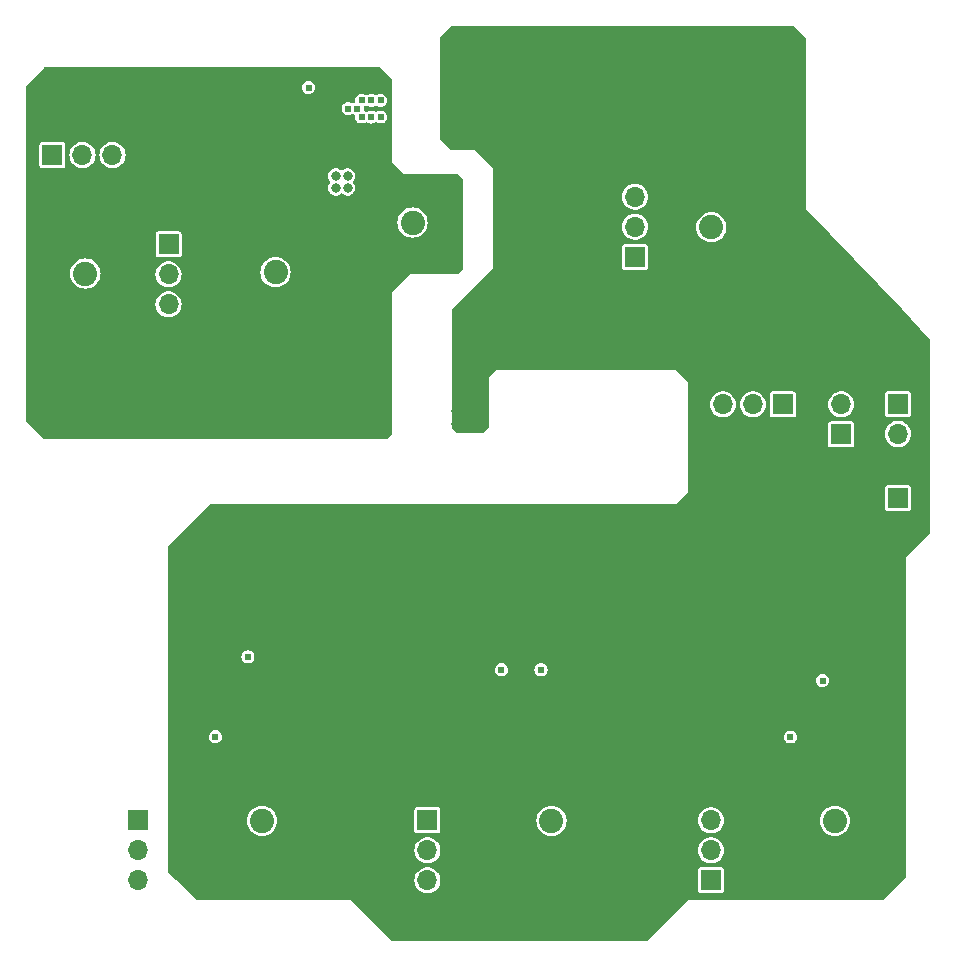
<source format=gbr>
%TF.GenerationSoftware,KiCad,Pcbnew,7.0.7*%
%TF.CreationDate,2023-11-17T01:25:33+08:00*%
%TF.ProjectId,Isolated Power Supply and LDO Verification,49736f6c-6174-4656-9420-506f77657220,rev?*%
%TF.SameCoordinates,Original*%
%TF.FileFunction,Copper,L2,Inr*%
%TF.FilePolarity,Positive*%
%FSLAX46Y46*%
G04 Gerber Fmt 4.6, Leading zero omitted, Abs format (unit mm)*
G04 Created by KiCad (PCBNEW 7.0.7) date 2023-11-17 01:25:33*
%MOMM*%
%LPD*%
G01*
G04 APERTURE LIST*
%TA.AperFunction,ComponentPad*%
%ADD10C,2.050000*%
%TD*%
%TA.AperFunction,ComponentPad*%
%ADD11C,2.250000*%
%TD*%
%TA.AperFunction,ComponentPad*%
%ADD12R,1.700000X1.700000*%
%TD*%
%TA.AperFunction,ComponentPad*%
%ADD13O,1.700000X1.700000*%
%TD*%
%TA.AperFunction,ViaPad*%
%ADD14C,0.800000*%
%TD*%
%TA.AperFunction,ViaPad*%
%ADD15C,0.603000*%
%TD*%
G04 APERTURE END LIST*
D10*
%TO.N,Net-(J107-In)*%
%TO.C,J107*%
X126700000Y-48140000D03*
D11*
%TO.N,GNDS*%
X124160000Y-45600000D03*
X124160000Y-50680000D03*
X129240000Y-45600000D03*
X129240000Y-50680000D03*
%TD*%
D12*
%TO.N,GNDS*%
%TO.C,J102*%
X96215000Y-62520000D03*
D13*
X98755000Y-62520000D03*
X101295000Y-62520000D03*
%TD*%
D12*
%TO.N,Net-(J103-Pin_1)*%
%TO.C,J103*%
X167790000Y-63500000D03*
D13*
%TO.N,Net-(BT101-+)*%
X167790000Y-66040000D03*
%TD*%
D10*
%TO.N,Net-(J116-In)*%
%TO.C,J116*%
X162460000Y-98790000D03*
D11*
%TO.N,GND*%
X165000000Y-96250000D03*
X159920000Y-96250000D03*
X165000000Y-101330000D03*
X159920000Y-101330000D03*
%TD*%
D10*
%TO.N,Net-(J101-Pin_1)*%
%TO.C,J104*%
X99000000Y-52460000D03*
D11*
%TO.N,GNDS*%
X96460000Y-49920000D03*
X96460000Y-55000000D03*
X101540000Y-49920000D03*
X101540000Y-55000000D03*
%TD*%
D12*
%TO.N,Net-(J109-In)*%
%TO.C,J113*%
X103460000Y-98750000D03*
D13*
X103460000Y-101290000D03*
X103460000Y-103830000D03*
%TD*%
D10*
%TO.N,Net-(J109-In)*%
%TO.C,J109*%
X113960000Y-98790000D03*
D11*
%TO.N,GND*%
X116500000Y-96250000D03*
X111420000Y-96250000D03*
X116500000Y-101330000D03*
X111420000Y-101330000D03*
%TD*%
D10*
%TO.N,Net-(J103-Pin_1)*%
%TO.C,J115*%
X152000000Y-48540000D03*
D11*
%TO.N,GND*%
X149460000Y-46000000D03*
X149460000Y-51080000D03*
X154540000Y-46000000D03*
X154540000Y-51080000D03*
%TD*%
D12*
%TO.N,Net-(J106-Pin_1)*%
%TO.C,J106*%
X106040000Y-49995000D03*
D13*
%TO.N,Net-(J101-Pin_1)*%
X106040000Y-52535000D03*
%TO.N,Net-(J106-Pin_3)*%
X106040000Y-55075000D03*
%TD*%
D12*
%TO.N,Net-(J105-Pin_1)*%
%TO.C,J105*%
X158040000Y-63540000D03*
D13*
%TO.N,Net-(J103-Pin_1)*%
X155500000Y-63540000D03*
%TO.N,Net-(J105-Pin_3)*%
X152960000Y-63540000D03*
%TD*%
D10*
%TO.N,Net-(J108-In)*%
%TO.C,J108*%
X115100000Y-52340000D03*
D11*
%TO.N,GNDS*%
X112560000Y-49800000D03*
X112560000Y-54880000D03*
X117640000Y-49800000D03*
X117640000Y-54880000D03*
%TD*%
D12*
%TO.N,Net-(J118-Pin_1)*%
%TO.C,J118*%
X163000000Y-66080000D03*
D13*
%TO.N,Net-(J103-Pin_1)*%
X163000000Y-63540000D03*
%TD*%
D12*
%TO.N,Net-(J114-Pin_1)*%
%TO.C,J114*%
X145540000Y-51040000D03*
D13*
%TO.N,Net-(J103-Pin_1)*%
X145540000Y-48500000D03*
%TO.N,Net-(J114-Pin_3)*%
X145540000Y-45960000D03*
%TD*%
D12*
%TO.N,Net-(J101-Pin_1)*%
%TO.C,J101*%
X96215000Y-42420000D03*
D13*
X98755000Y-42420000D03*
X101295000Y-42420000D03*
%TD*%
D12*
%TO.N,GND*%
%TO.C,J112*%
X135920001Y-107000000D03*
D13*
X138460001Y-107000000D03*
X141000001Y-107000000D03*
%TD*%
D10*
%TO.N,/+4V5_REG*%
%TO.C,J110*%
X138460000Y-98790000D03*
D11*
%TO.N,GND*%
X135920000Y-101330000D03*
X141000000Y-101330000D03*
X135920000Y-96250000D03*
X141000000Y-96250000D03*
%TD*%
D12*
%TO.N,Net-(J116-In)*%
%TO.C,J117*%
X151960000Y-103830000D03*
D13*
X151960000Y-101290000D03*
X151960000Y-98750000D03*
%TD*%
D12*
%TO.N,Net-(BT101-+)*%
%TO.C,BT101*%
X167790000Y-71460000D03*
D13*
%TO.N,GND*%
X167790000Y-74000000D03*
%TD*%
D12*
%TO.N,/+4V5_REG*%
%TO.C,J111*%
X127960000Y-98750000D03*
D13*
X127960000Y-101290000D03*
X127960000Y-103830000D03*
%TD*%
D14*
%TO.N,GND*%
X107750000Y-96250000D03*
D15*
X142800000Y-57800000D03*
D14*
X129200000Y-91800000D03*
X158000000Y-82000000D03*
X138200000Y-91800000D03*
D15*
X146700000Y-58900000D03*
D14*
X130000000Y-39000000D03*
X138400000Y-88600000D03*
D15*
X142000000Y-53900000D03*
D14*
X116000000Y-90500000D03*
D15*
X137400000Y-35100000D03*
X142400000Y-58600000D03*
D14*
X132100000Y-65200000D03*
X108500000Y-83750000D03*
X157000000Y-82000000D03*
X129200000Y-94800000D03*
X132750000Y-89000000D03*
X112750000Y-94500000D03*
X157000000Y-88800000D03*
X130000000Y-38000000D03*
X108750000Y-88000000D03*
X128500000Y-90250000D03*
D15*
X145900000Y-57900000D03*
D14*
X135400000Y-87600000D03*
D15*
X141400000Y-36400000D03*
D14*
X115750000Y-88000000D03*
X108500000Y-78000000D03*
D15*
X145000000Y-57900000D03*
D14*
X158200000Y-95000000D03*
X164200000Y-89400000D03*
X157000000Y-87800000D03*
X136300000Y-57700000D03*
X116000000Y-93000000D03*
X160600000Y-92200000D03*
X157000000Y-85800000D03*
X131750000Y-88750000D03*
X163600000Y-87600000D03*
X109500000Y-86750000D03*
X158000000Y-85800000D03*
X109500000Y-82750000D03*
X109500000Y-85750000D03*
D15*
X141400000Y-39700000D03*
D14*
X112000000Y-87500000D03*
X138300000Y-41000000D03*
X135400000Y-58400000D03*
X137800000Y-90800000D03*
D15*
X142400000Y-53100000D03*
D14*
X158000000Y-88800000D03*
D15*
X113020000Y-88400000D03*
X141500000Y-53100000D03*
X113000000Y-87570000D03*
D14*
X158000000Y-89800000D03*
X137600000Y-93600000D03*
X138300000Y-58400000D03*
D15*
X141500000Y-58600000D03*
X160000000Y-88700000D03*
D14*
X109500000Y-90250000D03*
X109500000Y-78000000D03*
X158000000Y-86800000D03*
X114500000Y-88000000D03*
X127500000Y-90250000D03*
D15*
X142350000Y-55850000D03*
D14*
X157000000Y-80000000D03*
X109500000Y-79000000D03*
X137200000Y-82800000D03*
X157000000Y-84800000D03*
D15*
X159228287Y-88714184D03*
D14*
X110000000Y-94750000D03*
X136400000Y-87600000D03*
X158000000Y-87800000D03*
X137400000Y-87600000D03*
X109500000Y-84750000D03*
X108500000Y-80000000D03*
X131250000Y-39250000D03*
X109250000Y-96250000D03*
D15*
X141200000Y-57800000D03*
D14*
X108500000Y-86750000D03*
X143500000Y-36700000D03*
X132500000Y-39250000D03*
D15*
X137400000Y-34300000D03*
X159200000Y-89600000D03*
X142400000Y-57100000D03*
D14*
X132500000Y-37750000D03*
X157000000Y-96000000D03*
X137800000Y-89800000D03*
X108500000Y-79000000D03*
D15*
X141400000Y-37200000D03*
D14*
X131750000Y-87750000D03*
X112000000Y-88500000D03*
X130200000Y-93800000D03*
X130200000Y-92800000D03*
X143500000Y-34300000D03*
X129500000Y-89250000D03*
X164200000Y-88400000D03*
X134400000Y-88600000D03*
X135400000Y-88600000D03*
X140400000Y-42800000D03*
D15*
X141400000Y-40500000D03*
D14*
X137400000Y-57700000D03*
X157000000Y-90800000D03*
D15*
X160800000Y-88700000D03*
X142800000Y-53900000D03*
D14*
X129200000Y-93800000D03*
X158000000Y-80000000D03*
X157000000Y-86800000D03*
X111000000Y-87500000D03*
X142200000Y-36700000D03*
D15*
X160800000Y-89600000D03*
D14*
X128500000Y-89250000D03*
X137700000Y-42000000D03*
X109500000Y-83750000D03*
X142200000Y-34300000D03*
X158000000Y-90800000D03*
X155800000Y-95000000D03*
X138600000Y-93000000D03*
D15*
X136700000Y-35100000D03*
D14*
X136800000Y-91600000D03*
X131200000Y-63100000D03*
X139500000Y-42800000D03*
X129500000Y-90250000D03*
X129200000Y-92800000D03*
X161800000Y-89200000D03*
X108500000Y-89250000D03*
X108500000Y-90250000D03*
X131250000Y-37750000D03*
X130400000Y-65200000D03*
X115750000Y-89250000D03*
X136600000Y-42400000D03*
X162600000Y-87600000D03*
X127500000Y-89250000D03*
X109500000Y-89250000D03*
D15*
X141500000Y-54600000D03*
D14*
X157000000Y-81000000D03*
X111750000Y-94500000D03*
X158000000Y-84800000D03*
D15*
X146700000Y-58100000D03*
X160000000Y-89600000D03*
D14*
X161600000Y-92200000D03*
D15*
X141400000Y-38450000D03*
D14*
X141100000Y-42100000D03*
X138400000Y-87600000D03*
D15*
X142400000Y-54600000D03*
X142000000Y-57800000D03*
D14*
X108500000Y-82750000D03*
X108500000Y-84750000D03*
X135400000Y-82800000D03*
X136300000Y-81900000D03*
X158000000Y-81000000D03*
X157000000Y-89800000D03*
X111000000Y-88500000D03*
D15*
X136700000Y-34300000D03*
X143300000Y-58600000D03*
D14*
X116000000Y-91750000D03*
X134300000Y-58400000D03*
X130200000Y-91800000D03*
X134400000Y-87600000D03*
X109500000Y-80000000D03*
X109750000Y-88000000D03*
X130200000Y-94800000D03*
X132100000Y-64100000D03*
X137400000Y-88600000D03*
X108500000Y-85750000D03*
X160200000Y-93800000D03*
X136400000Y-88600000D03*
X130400000Y-64100000D03*
D15*
%TO.N,Net-(J105-Pin_1)*%
X134220000Y-86010000D03*
X137570000Y-86010000D03*
D14*
%TO.N,GNDS*%
X104000000Y-62000000D03*
D15*
X117600000Y-43550000D03*
X116650000Y-61600000D03*
X118350000Y-46150000D03*
D14*
X102000000Y-37000000D03*
X111000000Y-38000000D03*
X118000000Y-40750000D03*
X108000000Y-37000000D03*
D15*
X117500000Y-62650000D03*
D14*
X109000000Y-43000000D03*
X110000000Y-64000000D03*
X102000000Y-39000000D03*
X118750000Y-41500000D03*
X110000000Y-39000000D03*
X111750000Y-64500000D03*
X106000000Y-64000000D03*
D15*
X116650000Y-59000000D03*
D14*
X114000000Y-39000000D03*
X111000000Y-43000000D03*
X112000000Y-42000000D03*
X114250000Y-64500000D03*
X104000000Y-39000000D03*
X106000000Y-37000000D03*
D15*
X117550000Y-46950000D03*
D14*
X112000000Y-62000000D03*
X104000000Y-37000000D03*
D15*
X114950000Y-58900000D03*
D14*
X98000000Y-39000000D03*
X99000000Y-38000000D03*
X106000000Y-44000000D03*
D15*
X118350000Y-46950000D03*
D14*
X113000000Y-43000000D03*
X110000000Y-42000000D03*
X96000000Y-39000000D03*
X107000000Y-63000000D03*
X115000000Y-63250000D03*
X124500000Y-65500000D03*
X114000000Y-37000000D03*
D15*
X114950000Y-61750000D03*
X116400000Y-58200000D03*
D14*
X97000000Y-38000000D03*
X112000000Y-37000000D03*
D15*
X117550000Y-46150000D03*
D14*
X103000000Y-38000000D03*
X122500000Y-64000000D03*
X116750000Y-38500000D03*
X117750000Y-64500000D03*
X105000000Y-63000000D03*
X101000000Y-38000000D03*
X108000000Y-42000000D03*
X117000000Y-40750000D03*
X118250000Y-63250000D03*
X106000000Y-62000000D03*
X108000000Y-39000000D03*
X121000000Y-63250000D03*
X114250000Y-40750000D03*
X113750000Y-41750000D03*
X116250000Y-37500000D03*
D15*
X118350000Y-44850000D03*
D14*
X100000000Y-39000000D03*
X124500000Y-64000000D03*
X96000000Y-37000000D03*
X122500000Y-65500000D03*
X100000000Y-37000000D03*
X104000000Y-58000000D03*
X113000000Y-64500000D03*
X110000000Y-62000000D03*
D15*
X118950000Y-43050000D03*
D14*
X105000000Y-38000000D03*
X108000000Y-64000000D03*
D15*
X118350000Y-43550000D03*
X115800000Y-62600000D03*
D14*
X98000000Y-37000000D03*
X115500000Y-64500000D03*
X112250000Y-63250000D03*
X109000000Y-38000000D03*
X108000000Y-62000000D03*
X121500000Y-64750000D03*
X105000000Y-45000000D03*
X107000000Y-43000000D03*
X120250000Y-64500000D03*
D15*
X116650000Y-60250000D03*
D14*
X103000000Y-47000000D03*
X109000000Y-63000000D03*
X104000000Y-60000000D03*
X119000000Y-64500000D03*
X104000000Y-46000000D03*
X110000000Y-37000000D03*
X113000000Y-38000000D03*
X106000000Y-39000000D03*
X105000000Y-61000000D03*
X115500000Y-38500000D03*
D15*
X116650000Y-62450000D03*
D14*
X112000000Y-39000000D03*
X115250000Y-40750000D03*
D15*
X115800000Y-61750000D03*
X117500000Y-61750000D03*
D14*
X107000000Y-38000000D03*
D15*
X115800000Y-58900000D03*
%TO.N,Net-(J107-In)*%
X122400000Y-37800000D03*
X123200000Y-37800000D03*
X117910000Y-36730000D03*
X123200000Y-39200000D03*
X122400000Y-39200000D03*
X122000000Y-38500000D03*
D14*
X120200000Y-45200000D03*
D15*
X121250000Y-38500000D03*
D14*
X121200000Y-44200000D03*
X121200000Y-45200000D03*
X120200000Y-44200000D03*
D15*
X124000000Y-37800000D03*
X124000000Y-39200000D03*
%TO.N,Net-(J118-Pin_1)*%
X158680000Y-91690000D03*
X161410000Y-86930000D03*
%TO.N,Net-(J105-Pin_3)*%
X112760000Y-84920000D03*
X110000000Y-91680000D03*
%TD*%
%TA.AperFunction,Conductor*%
%TO.N,GNDS*%
G36*
X124015677Y-35019685D02*
G01*
X124036319Y-35036319D01*
X124963681Y-35963681D01*
X124997166Y-36025004D01*
X125000000Y-36051361D01*
X125000000Y-43000000D01*
X126000000Y-44000000D01*
X130448638Y-44000000D01*
X130515677Y-44019685D01*
X130536319Y-44036319D01*
X130963680Y-44463680D01*
X130997165Y-44525003D01*
X130999999Y-44551361D01*
X130999999Y-51948638D01*
X130980314Y-52015677D01*
X130963680Y-52036319D01*
X130536319Y-52463681D01*
X130474996Y-52497166D01*
X130448638Y-52500000D01*
X126499999Y-52500000D01*
X125000000Y-53999999D01*
X125000000Y-65948638D01*
X124980315Y-66015677D01*
X124963681Y-66036319D01*
X124536319Y-66463681D01*
X124474996Y-66497166D01*
X124448638Y-66500000D01*
X95551362Y-66500000D01*
X95484323Y-66480315D01*
X95463681Y-66463681D01*
X94036319Y-65036319D01*
X94002834Y-64974996D01*
X94000000Y-64948638D01*
X94000000Y-55075000D01*
X104934785Y-55075000D01*
X104953602Y-55278082D01*
X105009417Y-55474247D01*
X105009422Y-55474260D01*
X105100327Y-55656821D01*
X105223237Y-55819581D01*
X105373958Y-55956980D01*
X105373960Y-55956982D01*
X105473141Y-56018392D01*
X105547363Y-56064348D01*
X105737544Y-56138024D01*
X105938024Y-56175500D01*
X105938026Y-56175500D01*
X106141974Y-56175500D01*
X106141976Y-56175500D01*
X106342456Y-56138024D01*
X106532637Y-56064348D01*
X106706041Y-55956981D01*
X106856764Y-55819579D01*
X106979673Y-55656821D01*
X107070582Y-55474250D01*
X107126397Y-55278083D01*
X107145215Y-55075000D01*
X107126397Y-54871917D01*
X107070582Y-54675750D01*
X106979673Y-54493179D01*
X106856764Y-54330421D01*
X106856762Y-54330418D01*
X106706041Y-54193019D01*
X106706039Y-54193017D01*
X106532642Y-54085655D01*
X106532635Y-54085651D01*
X106437546Y-54048814D01*
X106342456Y-54011976D01*
X106141976Y-53974500D01*
X105938024Y-53974500D01*
X105737544Y-54011976D01*
X105737541Y-54011976D01*
X105737541Y-54011977D01*
X105547364Y-54085651D01*
X105547357Y-54085655D01*
X105373960Y-54193017D01*
X105373958Y-54193019D01*
X105223237Y-54330418D01*
X105100327Y-54493178D01*
X105009422Y-54675739D01*
X105009417Y-54675752D01*
X104953602Y-54871917D01*
X104934785Y-55074999D01*
X104934785Y-55075000D01*
X94000000Y-55075000D01*
X94000000Y-52460000D01*
X97719628Y-52460000D01*
X97739079Y-52682329D01*
X97739081Y-52682339D01*
X97796841Y-52897905D01*
X97796843Y-52897909D01*
X97796844Y-52897913D01*
X97891165Y-53100186D01*
X98019178Y-53283007D01*
X98176993Y-53440822D01*
X98359814Y-53568835D01*
X98562087Y-53663156D01*
X98777666Y-53720920D01*
X98955533Y-53736481D01*
X98999999Y-53740372D01*
X99000000Y-53740372D01*
X99000001Y-53740372D01*
X99037055Y-53737130D01*
X99222334Y-53720920D01*
X99437913Y-53663156D01*
X99640186Y-53568835D01*
X99823007Y-53440822D01*
X99980822Y-53283007D01*
X100108835Y-53100186D01*
X100203156Y-52897913D01*
X100260920Y-52682334D01*
X100273810Y-52535000D01*
X104934785Y-52535000D01*
X104953602Y-52738082D01*
X105009417Y-52934247D01*
X105009422Y-52934260D01*
X105100327Y-53116821D01*
X105223237Y-53279581D01*
X105373958Y-53416980D01*
X105373960Y-53416982D01*
X105425403Y-53448834D01*
X105547363Y-53524348D01*
X105737544Y-53598024D01*
X105938024Y-53635500D01*
X105938026Y-53635500D01*
X106141974Y-53635500D01*
X106141976Y-53635500D01*
X106342456Y-53598024D01*
X106532637Y-53524348D01*
X106706041Y-53416981D01*
X106856764Y-53279579D01*
X106979673Y-53116821D01*
X107070582Y-52934250D01*
X107126397Y-52738083D01*
X107145215Y-52535000D01*
X107138606Y-52463681D01*
X107127146Y-52340000D01*
X113819628Y-52340000D01*
X113839079Y-52562329D01*
X113839081Y-52562339D01*
X113896841Y-52777905D01*
X113896843Y-52777909D01*
X113896844Y-52777913D01*
X113991165Y-52980186D01*
X114119178Y-53163007D01*
X114276993Y-53320822D01*
X114459814Y-53448835D01*
X114662087Y-53543156D01*
X114877666Y-53600920D01*
X115055533Y-53616481D01*
X115099999Y-53620372D01*
X115100000Y-53620372D01*
X115100001Y-53620372D01*
X115137055Y-53617130D01*
X115322334Y-53600920D01*
X115537913Y-53543156D01*
X115740186Y-53448835D01*
X115923007Y-53320822D01*
X116080822Y-53163007D01*
X116208835Y-52980186D01*
X116303156Y-52777913D01*
X116360920Y-52562334D01*
X116380372Y-52340000D01*
X116360920Y-52117666D01*
X116303156Y-51902087D01*
X116208835Y-51699814D01*
X116080822Y-51516993D01*
X115923007Y-51359178D01*
X115740186Y-51231165D01*
X115537913Y-51136844D01*
X115537909Y-51136843D01*
X115537905Y-51136841D01*
X115322339Y-51079081D01*
X115322329Y-51079079D01*
X115100001Y-51059628D01*
X115099999Y-51059628D01*
X114877670Y-51079079D01*
X114877660Y-51079081D01*
X114662094Y-51136841D01*
X114662087Y-51136843D01*
X114662087Y-51136844D01*
X114459814Y-51231165D01*
X114276993Y-51359178D01*
X114276991Y-51359179D01*
X114276988Y-51359182D01*
X114119182Y-51516988D01*
X114119179Y-51516991D01*
X114119178Y-51516993D01*
X114035153Y-51636993D01*
X113991165Y-51699814D01*
X113896845Y-51902085D01*
X113896841Y-51902094D01*
X113839081Y-52117660D01*
X113839079Y-52117670D01*
X113819628Y-52339999D01*
X113819628Y-52340000D01*
X107127146Y-52340000D01*
X107126397Y-52331917D01*
X107099578Y-52237660D01*
X107070582Y-52135750D01*
X107061579Y-52117670D01*
X107026272Y-52046764D01*
X106979673Y-51953179D01*
X106856764Y-51790421D01*
X106856762Y-51790418D01*
X106706041Y-51653019D01*
X106706039Y-51653017D01*
X106532642Y-51545655D01*
X106532635Y-51545651D01*
X106437546Y-51508814D01*
X106342456Y-51471976D01*
X106141976Y-51434500D01*
X105938024Y-51434500D01*
X105737544Y-51471976D01*
X105737541Y-51471976D01*
X105737541Y-51471977D01*
X105547364Y-51545651D01*
X105547357Y-51545655D01*
X105373960Y-51653017D01*
X105373958Y-51653019D01*
X105223237Y-51790418D01*
X105100327Y-51953178D01*
X105009422Y-52135739D01*
X105009417Y-52135752D01*
X104953602Y-52331917D01*
X104934785Y-52534999D01*
X104934785Y-52535000D01*
X100273810Y-52535000D01*
X100280372Y-52460000D01*
X100260920Y-52237666D01*
X100217060Y-52073980D01*
X100203158Y-52022094D01*
X100203157Y-52022093D01*
X100203156Y-52022087D01*
X100108835Y-51819814D01*
X99980822Y-51636993D01*
X99823007Y-51479178D01*
X99640186Y-51351165D01*
X99437913Y-51256844D01*
X99437909Y-51256843D01*
X99437905Y-51256841D01*
X99222339Y-51199081D01*
X99222329Y-51199079D01*
X99000001Y-51179628D01*
X98999999Y-51179628D01*
X98777670Y-51199079D01*
X98777660Y-51199081D01*
X98562094Y-51256841D01*
X98562087Y-51256843D01*
X98562087Y-51256844D01*
X98359814Y-51351165D01*
X98176993Y-51479178D01*
X98176991Y-51479179D01*
X98176988Y-51479182D01*
X98019182Y-51636988D01*
X98019179Y-51636991D01*
X98019178Y-51636993D01*
X97975190Y-51699814D01*
X97891165Y-51819814D01*
X97796845Y-52022085D01*
X97796841Y-52022094D01*
X97739081Y-52237660D01*
X97739079Y-52237670D01*
X97719628Y-52459999D01*
X97719628Y-52460000D01*
X94000000Y-52460000D01*
X94000000Y-50869678D01*
X104939500Y-50869678D01*
X104954032Y-50942735D01*
X104954033Y-50942739D01*
X104954034Y-50942740D01*
X105009399Y-51025601D01*
X105060325Y-51059628D01*
X105092260Y-51080966D01*
X105092264Y-51080967D01*
X105165321Y-51095499D01*
X105165324Y-51095500D01*
X105165326Y-51095500D01*
X106914676Y-51095500D01*
X106914677Y-51095499D01*
X106987740Y-51080966D01*
X107070601Y-51025601D01*
X107125966Y-50942740D01*
X107140500Y-50869674D01*
X107140500Y-49120326D01*
X107140500Y-49120325D01*
X107140500Y-49120323D01*
X107140499Y-49120321D01*
X107125967Y-49047264D01*
X107125966Y-49047260D01*
X107070601Y-48964399D01*
X106987740Y-48909034D01*
X106987739Y-48909033D01*
X106987735Y-48909032D01*
X106914677Y-48894500D01*
X106914674Y-48894500D01*
X105165326Y-48894500D01*
X105165323Y-48894500D01*
X105092264Y-48909032D01*
X105092260Y-48909033D01*
X105009399Y-48964399D01*
X104954033Y-49047260D01*
X104954032Y-49047264D01*
X104939500Y-49120321D01*
X104939500Y-50869678D01*
X94000000Y-50869678D01*
X94000000Y-48140000D01*
X125419628Y-48140000D01*
X125439079Y-48362329D01*
X125439081Y-48362339D01*
X125496841Y-48577905D01*
X125496843Y-48577909D01*
X125496844Y-48577913D01*
X125591165Y-48780186D01*
X125719178Y-48963007D01*
X125876993Y-49120822D01*
X126059814Y-49248835D01*
X126262087Y-49343156D01*
X126477666Y-49400920D01*
X126655533Y-49416481D01*
X126699999Y-49420372D01*
X126700000Y-49420372D01*
X126700001Y-49420372D01*
X126737055Y-49417130D01*
X126922334Y-49400920D01*
X127137913Y-49343156D01*
X127340186Y-49248835D01*
X127523007Y-49120822D01*
X127680822Y-48963007D01*
X127808835Y-48780186D01*
X127903156Y-48577913D01*
X127960920Y-48362334D01*
X127980372Y-48140000D01*
X127960920Y-47917666D01*
X127903156Y-47702087D01*
X127808835Y-47499814D01*
X127680822Y-47316993D01*
X127523007Y-47159178D01*
X127340186Y-47031165D01*
X127137913Y-46936844D01*
X127137909Y-46936843D01*
X127137905Y-46936841D01*
X126922339Y-46879081D01*
X126922329Y-46879079D01*
X126700001Y-46859628D01*
X126699999Y-46859628D01*
X126477670Y-46879079D01*
X126477660Y-46879081D01*
X126262094Y-46936841D01*
X126262087Y-46936843D01*
X126262087Y-46936844D01*
X126059814Y-47031165D01*
X125876993Y-47159178D01*
X125876991Y-47159179D01*
X125876988Y-47159182D01*
X125719182Y-47316988D01*
X125591165Y-47499814D01*
X125496845Y-47702085D01*
X125496841Y-47702094D01*
X125439081Y-47917660D01*
X125439079Y-47917670D01*
X125419628Y-48139999D01*
X125419628Y-48140000D01*
X94000000Y-48140000D01*
X94000000Y-45200000D01*
X119544721Y-45200000D01*
X119563762Y-45356818D01*
X119619779Y-45504522D01*
X119619780Y-45504523D01*
X119709517Y-45634530D01*
X119827760Y-45739283D01*
X119827762Y-45739284D01*
X119967634Y-45812696D01*
X120121014Y-45850500D01*
X120121015Y-45850500D01*
X120278985Y-45850500D01*
X120432365Y-45812696D01*
X120572237Y-45739285D01*
X120572238Y-45739283D01*
X120572240Y-45739283D01*
X120617774Y-45698943D01*
X120681006Y-45669223D01*
X120750270Y-45678407D01*
X120782224Y-45698942D01*
X120816890Y-45729653D01*
X120827762Y-45739285D01*
X120967634Y-45812696D01*
X121121014Y-45850500D01*
X121121015Y-45850500D01*
X121278985Y-45850500D01*
X121432365Y-45812696D01*
X121432365Y-45812695D01*
X121572240Y-45739283D01*
X121690483Y-45634530D01*
X121780220Y-45504523D01*
X121836237Y-45356818D01*
X121855278Y-45200000D01*
X121836237Y-45043182D01*
X121780220Y-44895477D01*
X121693912Y-44770438D01*
X121672030Y-44704086D01*
X121689495Y-44636434D01*
X121693905Y-44629571D01*
X121780220Y-44504523D01*
X121836237Y-44356818D01*
X121855278Y-44200000D01*
X121836237Y-44043182D01*
X121833634Y-44036319D01*
X121814992Y-43987164D01*
X121780220Y-43895477D01*
X121690483Y-43765470D01*
X121572240Y-43660717D01*
X121572238Y-43660716D01*
X121572237Y-43660715D01*
X121432365Y-43587303D01*
X121278986Y-43549500D01*
X121278985Y-43549500D01*
X121121015Y-43549500D01*
X121121014Y-43549500D01*
X120967634Y-43587303D01*
X120827761Y-43660715D01*
X120827759Y-43660717D01*
X120782224Y-43701056D01*
X120718990Y-43730776D01*
X120649727Y-43721591D01*
X120617774Y-43701056D01*
X120572240Y-43660717D01*
X120572237Y-43660714D01*
X120432365Y-43587303D01*
X120278986Y-43549500D01*
X120278985Y-43549500D01*
X120121015Y-43549500D01*
X120121014Y-43549500D01*
X119967634Y-43587303D01*
X119827762Y-43660715D01*
X119709516Y-43765471D01*
X119619781Y-43895475D01*
X119619780Y-43895476D01*
X119563762Y-44043181D01*
X119544721Y-44199999D01*
X119544721Y-44200000D01*
X119563762Y-44356818D01*
X119619780Y-44504523D01*
X119619781Y-44504524D01*
X119706086Y-44629560D01*
X119727969Y-44695915D01*
X119710503Y-44763566D01*
X119706086Y-44770440D01*
X119619781Y-44895475D01*
X119619780Y-44895476D01*
X119563762Y-45043181D01*
X119544721Y-45199999D01*
X119544721Y-45200000D01*
X94000000Y-45200000D01*
X94000000Y-43294678D01*
X95114500Y-43294678D01*
X95129032Y-43367735D01*
X95129033Y-43367739D01*
X95129034Y-43367740D01*
X95184399Y-43450601D01*
X95267260Y-43505966D01*
X95267264Y-43505967D01*
X95340321Y-43520499D01*
X95340324Y-43520500D01*
X95340326Y-43520500D01*
X97089676Y-43520500D01*
X97089677Y-43520499D01*
X97162740Y-43505966D01*
X97245601Y-43450601D01*
X97300966Y-43367740D01*
X97315500Y-43294674D01*
X97315500Y-42420000D01*
X97649785Y-42420000D01*
X97668602Y-42623082D01*
X97724417Y-42819247D01*
X97724422Y-42819260D01*
X97815327Y-43001821D01*
X97938237Y-43164581D01*
X98088958Y-43301980D01*
X98088960Y-43301982D01*
X98188141Y-43363392D01*
X98262363Y-43409348D01*
X98452544Y-43483024D01*
X98653024Y-43520500D01*
X98653026Y-43520500D01*
X98856974Y-43520500D01*
X98856976Y-43520500D01*
X99057456Y-43483024D01*
X99247637Y-43409348D01*
X99421041Y-43301981D01*
X99571764Y-43164579D01*
X99694673Y-43001821D01*
X99785582Y-42819250D01*
X99841397Y-42623083D01*
X99860215Y-42420000D01*
X100189785Y-42420000D01*
X100208602Y-42623082D01*
X100264417Y-42819247D01*
X100264422Y-42819260D01*
X100355327Y-43001821D01*
X100478237Y-43164581D01*
X100628958Y-43301980D01*
X100628960Y-43301982D01*
X100728141Y-43363392D01*
X100802363Y-43409348D01*
X100992544Y-43483024D01*
X101193024Y-43520500D01*
X101193026Y-43520500D01*
X101396974Y-43520500D01*
X101396976Y-43520500D01*
X101597456Y-43483024D01*
X101787637Y-43409348D01*
X101961041Y-43301981D01*
X102111764Y-43164579D01*
X102234673Y-43001821D01*
X102325582Y-42819250D01*
X102381397Y-42623083D01*
X102400215Y-42420000D01*
X102381397Y-42216917D01*
X102325582Y-42020750D01*
X102234673Y-41838179D01*
X102111764Y-41675421D01*
X102111762Y-41675418D01*
X101961041Y-41538019D01*
X101961039Y-41538017D01*
X101787642Y-41430655D01*
X101787635Y-41430651D01*
X101681150Y-41389399D01*
X101597456Y-41356976D01*
X101396976Y-41319500D01*
X101193024Y-41319500D01*
X100992544Y-41356976D01*
X100992541Y-41356976D01*
X100992541Y-41356977D01*
X100802364Y-41430651D01*
X100802357Y-41430655D01*
X100628960Y-41538017D01*
X100628958Y-41538019D01*
X100478237Y-41675418D01*
X100355327Y-41838178D01*
X100264422Y-42020739D01*
X100264417Y-42020752D01*
X100208602Y-42216917D01*
X100189785Y-42419999D01*
X100189785Y-42420000D01*
X99860215Y-42420000D01*
X99841397Y-42216917D01*
X99785582Y-42020750D01*
X99694673Y-41838179D01*
X99571764Y-41675421D01*
X99571762Y-41675418D01*
X99421041Y-41538019D01*
X99421039Y-41538017D01*
X99247642Y-41430655D01*
X99247635Y-41430651D01*
X99141150Y-41389399D01*
X99057456Y-41356976D01*
X98856976Y-41319500D01*
X98653024Y-41319500D01*
X98452544Y-41356976D01*
X98452541Y-41356976D01*
X98452541Y-41356977D01*
X98262364Y-41430651D01*
X98262357Y-41430655D01*
X98088960Y-41538017D01*
X98088958Y-41538019D01*
X97938237Y-41675418D01*
X97815327Y-41838178D01*
X97724422Y-42020739D01*
X97724417Y-42020752D01*
X97668602Y-42216917D01*
X97649785Y-42419999D01*
X97649785Y-42420000D01*
X97315500Y-42420000D01*
X97315500Y-41545326D01*
X97315500Y-41545323D01*
X97315499Y-41545321D01*
X97300967Y-41472264D01*
X97300966Y-41472260D01*
X97300965Y-41472260D01*
X97245601Y-41389399D01*
X97162740Y-41334034D01*
X97162739Y-41334033D01*
X97162735Y-41334032D01*
X97089677Y-41319500D01*
X97089674Y-41319500D01*
X95340326Y-41319500D01*
X95340323Y-41319500D01*
X95267264Y-41334032D01*
X95267260Y-41334033D01*
X95184399Y-41389399D01*
X95129033Y-41472260D01*
X95129032Y-41472264D01*
X95114500Y-41545321D01*
X95114500Y-43294678D01*
X94000000Y-43294678D01*
X94000000Y-38500001D01*
X120693237Y-38500001D01*
X120712207Y-38644099D01*
X120712209Y-38644104D01*
X120767826Y-38778377D01*
X120767826Y-38778378D01*
X120767828Y-38778381D01*
X120767829Y-38778382D01*
X120856309Y-38893691D01*
X120971618Y-38982171D01*
X120971621Y-38982172D01*
X120971622Y-38982173D01*
X120984879Y-38987664D01*
X121105899Y-39037792D01*
X121118987Y-39039515D01*
X121249999Y-39056763D01*
X121250000Y-39056763D01*
X121250001Y-39056763D01*
X121298033Y-39050439D01*
X121394101Y-39037792D01*
X121528382Y-38982171D01*
X121549512Y-38965956D01*
X121614680Y-38940761D01*
X121683125Y-38954798D01*
X121700488Y-38965957D01*
X121721616Y-38982170D01*
X121721622Y-38982173D01*
X121776236Y-39004795D01*
X121830640Y-39048636D01*
X121852705Y-39114930D01*
X121851723Y-39135541D01*
X121843236Y-39199998D01*
X121843237Y-39200001D01*
X121862207Y-39344099D01*
X121862209Y-39344104D01*
X121917826Y-39478377D01*
X121917826Y-39478378D01*
X121917828Y-39478381D01*
X121917829Y-39478382D01*
X122006309Y-39593691D01*
X122121618Y-39682171D01*
X122121621Y-39682172D01*
X122121622Y-39682173D01*
X122188758Y-39709981D01*
X122255899Y-39737792D01*
X122327949Y-39747277D01*
X122399999Y-39756763D01*
X122400000Y-39756763D01*
X122400001Y-39756763D01*
X122448033Y-39750439D01*
X122544101Y-39737792D01*
X122678382Y-39682171D01*
X122724513Y-39646772D01*
X122789682Y-39621578D01*
X122858127Y-39635616D01*
X122875487Y-39646773D01*
X122921616Y-39682170D01*
X122921622Y-39682173D01*
X122988758Y-39709981D01*
X123055899Y-39737792D01*
X123127949Y-39747277D01*
X123199999Y-39756763D01*
X123200000Y-39756763D01*
X123200001Y-39756763D01*
X123248033Y-39750439D01*
X123344101Y-39737792D01*
X123478382Y-39682171D01*
X123524513Y-39646772D01*
X123589682Y-39621578D01*
X123658127Y-39635616D01*
X123675487Y-39646773D01*
X123721616Y-39682170D01*
X123721622Y-39682173D01*
X123788758Y-39709981D01*
X123855899Y-39737792D01*
X123927949Y-39747277D01*
X123999999Y-39756763D01*
X124000000Y-39756763D01*
X124000001Y-39756763D01*
X124048033Y-39750439D01*
X124144101Y-39737792D01*
X124278377Y-39682173D01*
X124278378Y-39682173D01*
X124278378Y-39682172D01*
X124278382Y-39682171D01*
X124393691Y-39593691D01*
X124482171Y-39478382D01*
X124537792Y-39344101D01*
X124556763Y-39200000D01*
X124545563Y-39114930D01*
X124537792Y-39055900D01*
X124537792Y-39055899D01*
X124482171Y-38921619D01*
X124460740Y-38893690D01*
X124393692Y-38806310D01*
X124393691Y-38806309D01*
X124278382Y-38717829D01*
X124278379Y-38717828D01*
X124278377Y-38717826D01*
X124144104Y-38662209D01*
X124144099Y-38662207D01*
X124000001Y-38643237D01*
X123999999Y-38643237D01*
X123855900Y-38662207D01*
X123855898Y-38662208D01*
X123721619Y-38717828D01*
X123675485Y-38753228D01*
X123610316Y-38778421D01*
X123541871Y-38764382D01*
X123524514Y-38753227D01*
X123478382Y-38717829D01*
X123478377Y-38717826D01*
X123344104Y-38662209D01*
X123344099Y-38662207D01*
X123200001Y-38643237D01*
X123199999Y-38643237D01*
X123055900Y-38662207D01*
X123055898Y-38662208D01*
X122921619Y-38717828D01*
X122875485Y-38753228D01*
X122810316Y-38778421D01*
X122741871Y-38764382D01*
X122724514Y-38753227D01*
X122678383Y-38717829D01*
X122661212Y-38710717D01*
X122623760Y-38695204D01*
X122569359Y-38651365D01*
X122547294Y-38585071D01*
X122548275Y-38564471D01*
X122556763Y-38500000D01*
X122548276Y-38435541D01*
X122559043Y-38366506D01*
X122605423Y-38314250D01*
X122623764Y-38304795D01*
X122678377Y-38282173D01*
X122678376Y-38282173D01*
X122678382Y-38282171D01*
X122724513Y-38246772D01*
X122789682Y-38221578D01*
X122858127Y-38235616D01*
X122875487Y-38246773D01*
X122921616Y-38282170D01*
X122921622Y-38282173D01*
X122976237Y-38304795D01*
X123055899Y-38337792D01*
X123068987Y-38339515D01*
X123199999Y-38356763D01*
X123200000Y-38356763D01*
X123200001Y-38356763D01*
X123248033Y-38350439D01*
X123344101Y-38337792D01*
X123478382Y-38282171D01*
X123524513Y-38246772D01*
X123589682Y-38221578D01*
X123658127Y-38235616D01*
X123675487Y-38246773D01*
X123721616Y-38282170D01*
X123721622Y-38282173D01*
X123776237Y-38304795D01*
X123855899Y-38337792D01*
X123868987Y-38339515D01*
X123999999Y-38356763D01*
X124000000Y-38356763D01*
X124000001Y-38356763D01*
X124048033Y-38350439D01*
X124144101Y-38337792D01*
X124278377Y-38282173D01*
X124278378Y-38282173D01*
X124278378Y-38282172D01*
X124278382Y-38282171D01*
X124393691Y-38193691D01*
X124482171Y-38078382D01*
X124537792Y-37944101D01*
X124556763Y-37800000D01*
X124550180Y-37750000D01*
X124537792Y-37655900D01*
X124537792Y-37655899D01*
X124482171Y-37521619D01*
X124393691Y-37406309D01*
X124278382Y-37317829D01*
X124278379Y-37317828D01*
X124278377Y-37317826D01*
X124144104Y-37262209D01*
X124144099Y-37262207D01*
X124000001Y-37243237D01*
X123999999Y-37243237D01*
X123855900Y-37262207D01*
X123855898Y-37262208D01*
X123721619Y-37317828D01*
X123675485Y-37353228D01*
X123610316Y-37378421D01*
X123541871Y-37364382D01*
X123524514Y-37353227D01*
X123478382Y-37317829D01*
X123478377Y-37317826D01*
X123344104Y-37262209D01*
X123344099Y-37262207D01*
X123200001Y-37243237D01*
X123199999Y-37243237D01*
X123055900Y-37262207D01*
X123055898Y-37262208D01*
X122921619Y-37317828D01*
X122875485Y-37353228D01*
X122810316Y-37378421D01*
X122741871Y-37364382D01*
X122724514Y-37353227D01*
X122678382Y-37317829D01*
X122678377Y-37317826D01*
X122544104Y-37262209D01*
X122544099Y-37262207D01*
X122400001Y-37243237D01*
X122399999Y-37243237D01*
X122255900Y-37262207D01*
X122255898Y-37262208D01*
X122121619Y-37317828D01*
X122006309Y-37406309D01*
X121917828Y-37521619D01*
X121862208Y-37655898D01*
X121862207Y-37655900D01*
X121843237Y-37799998D01*
X121843236Y-37800001D01*
X121851723Y-37864459D01*
X121840957Y-37933494D01*
X121794577Y-37985750D01*
X121776238Y-37995204D01*
X121721622Y-38017828D01*
X121721617Y-38017830D01*
X121700485Y-38034045D01*
X121635315Y-38059238D01*
X121566871Y-38045199D01*
X121549515Y-38034045D01*
X121528382Y-38017829D01*
X121515118Y-38012335D01*
X121394101Y-37962208D01*
X121394099Y-37962207D01*
X121250001Y-37943237D01*
X121249999Y-37943237D01*
X121105900Y-37962207D01*
X121105898Y-37962208D01*
X120971619Y-38017828D01*
X120856309Y-38106309D01*
X120767828Y-38221619D01*
X120712208Y-38355898D01*
X120712207Y-38355900D01*
X120693237Y-38499998D01*
X120693237Y-38500001D01*
X94000000Y-38500001D01*
X94000000Y-36730001D01*
X117353237Y-36730001D01*
X117372207Y-36874099D01*
X117372209Y-36874104D01*
X117427826Y-37008377D01*
X117427826Y-37008378D01*
X117427828Y-37008381D01*
X117427829Y-37008382D01*
X117516309Y-37123691D01*
X117631618Y-37212171D01*
X117631621Y-37212172D01*
X117631622Y-37212173D01*
X117698758Y-37239981D01*
X117765899Y-37267792D01*
X117837949Y-37277277D01*
X117909999Y-37286763D01*
X117910000Y-37286763D01*
X117910001Y-37286763D01*
X117958033Y-37280439D01*
X118054101Y-37267792D01*
X118188377Y-37212173D01*
X118188378Y-37212173D01*
X118188378Y-37212172D01*
X118188382Y-37212171D01*
X118303691Y-37123691D01*
X118392171Y-37008382D01*
X118447792Y-36874101D01*
X118466763Y-36730000D01*
X118447792Y-36585899D01*
X118392171Y-36451619D01*
X118303691Y-36336309D01*
X118188382Y-36247829D01*
X118188379Y-36247828D01*
X118188377Y-36247826D01*
X118054104Y-36192209D01*
X118054099Y-36192207D01*
X117910001Y-36173237D01*
X117909999Y-36173237D01*
X117765900Y-36192207D01*
X117765898Y-36192208D01*
X117631619Y-36247828D01*
X117516309Y-36336309D01*
X117427828Y-36451619D01*
X117372208Y-36585898D01*
X117372207Y-36585900D01*
X117353237Y-36729998D01*
X117353237Y-36730001D01*
X94000000Y-36730001D01*
X94000000Y-36551362D01*
X94019685Y-36484323D01*
X94036319Y-36463681D01*
X95463681Y-35036319D01*
X95525004Y-35002834D01*
X95551362Y-35000000D01*
X123948638Y-35000000D01*
X124015677Y-35019685D01*
G37*
%TD.AperFunction*%
%TD*%
%TA.AperFunction,Conductor*%
%TO.N,GND*%
G36*
X159015677Y-31519685D02*
G01*
X159036319Y-31536319D01*
X159963681Y-32463681D01*
X159997166Y-32525004D01*
X160000000Y-32551361D01*
X160000000Y-47000000D01*
X168113636Y-55500000D01*
X170465696Y-57964062D01*
X170497746Y-58026147D01*
X170500000Y-58049681D01*
X170500000Y-74448637D01*
X170480315Y-74515676D01*
X170463681Y-74536318D01*
X168500000Y-76499999D01*
X168500000Y-103448638D01*
X168480315Y-103515677D01*
X168463681Y-103536319D01*
X166536319Y-105463681D01*
X166474996Y-105497166D01*
X166448638Y-105500000D01*
X149999999Y-105500000D01*
X146536319Y-108963681D01*
X146474996Y-108997166D01*
X146448638Y-109000000D01*
X125051362Y-109000000D01*
X124984323Y-108980315D01*
X124963681Y-108963681D01*
X121500000Y-105500000D01*
X108548363Y-105500000D01*
X108481324Y-105480315D01*
X108464408Y-105467255D01*
X106684783Y-103830000D01*
X126854785Y-103830000D01*
X126873602Y-104033082D01*
X126929417Y-104229247D01*
X126929422Y-104229260D01*
X127020327Y-104411821D01*
X127143237Y-104574581D01*
X127293958Y-104711980D01*
X127293960Y-104711982D01*
X127393141Y-104773392D01*
X127467363Y-104819348D01*
X127657544Y-104893024D01*
X127858024Y-104930500D01*
X127858026Y-104930500D01*
X128061974Y-104930500D01*
X128061976Y-104930500D01*
X128262456Y-104893024D01*
X128452637Y-104819348D01*
X128626041Y-104711981D01*
X128634054Y-104704676D01*
X150859499Y-104704676D01*
X150859500Y-104704678D01*
X150874032Y-104777735D01*
X150874033Y-104777739D01*
X150874034Y-104777740D01*
X150929399Y-104860601D01*
X151012259Y-104915965D01*
X151012260Y-104915966D01*
X151012264Y-104915967D01*
X151085321Y-104930499D01*
X151085324Y-104930500D01*
X151085326Y-104930500D01*
X152834676Y-104930500D01*
X152834677Y-104930499D01*
X152907740Y-104915966D01*
X152990601Y-104860601D01*
X153045966Y-104777740D01*
X153060500Y-104704674D01*
X153060500Y-102955326D01*
X153060500Y-102955325D01*
X153060500Y-102955323D01*
X153060499Y-102955321D01*
X153045967Y-102882264D01*
X153045966Y-102882260D01*
X153045966Y-102882259D01*
X152990601Y-102799399D01*
X152907740Y-102744034D01*
X152907739Y-102744033D01*
X152907735Y-102744032D01*
X152834677Y-102729500D01*
X152834674Y-102729500D01*
X151085326Y-102729500D01*
X151085323Y-102729500D01*
X151012264Y-102744032D01*
X151012260Y-102744033D01*
X150929399Y-102799399D01*
X150874033Y-102882260D01*
X150874032Y-102882264D01*
X150859500Y-102955321D01*
X150859499Y-102955323D01*
X150859499Y-104704676D01*
X128634054Y-104704676D01*
X128776764Y-104574579D01*
X128899673Y-104411821D01*
X128990582Y-104229250D01*
X129046397Y-104033083D01*
X129065215Y-103830000D01*
X129046397Y-103626917D01*
X128990582Y-103430750D01*
X128899673Y-103248179D01*
X128840704Y-103170091D01*
X128776762Y-103085418D01*
X128626041Y-102948019D01*
X128626039Y-102948017D01*
X128452642Y-102840655D01*
X128452635Y-102840651D01*
X128346150Y-102799399D01*
X128262456Y-102766976D01*
X128061976Y-102729500D01*
X127858024Y-102729500D01*
X127657544Y-102766976D01*
X127657541Y-102766976D01*
X127657541Y-102766977D01*
X127467364Y-102840651D01*
X127467357Y-102840655D01*
X127293960Y-102948017D01*
X127293958Y-102948019D01*
X127143237Y-103085418D01*
X127020327Y-103248178D01*
X126929422Y-103430739D01*
X126929417Y-103430752D01*
X126873602Y-103626917D01*
X126854785Y-103829999D01*
X126854785Y-103830000D01*
X106684783Y-103830000D01*
X106040045Y-103236841D01*
X106004036Y-103176965D01*
X106000000Y-103145586D01*
X106000000Y-101290000D01*
X126854785Y-101290000D01*
X126873602Y-101493082D01*
X126929417Y-101689247D01*
X126929422Y-101689260D01*
X127020327Y-101871821D01*
X127143237Y-102034581D01*
X127293958Y-102171980D01*
X127293960Y-102171982D01*
X127393141Y-102233392D01*
X127467363Y-102279348D01*
X127657544Y-102353024D01*
X127858024Y-102390500D01*
X127858026Y-102390500D01*
X128061974Y-102390500D01*
X128061976Y-102390500D01*
X128262456Y-102353024D01*
X128452637Y-102279348D01*
X128626041Y-102171981D01*
X128776764Y-102034579D01*
X128899673Y-101871821D01*
X128990582Y-101689250D01*
X129046397Y-101493083D01*
X129065215Y-101290000D01*
X150854785Y-101290000D01*
X150873602Y-101493082D01*
X150929417Y-101689247D01*
X150929422Y-101689260D01*
X151020327Y-101871821D01*
X151143237Y-102034581D01*
X151293958Y-102171980D01*
X151293960Y-102171982D01*
X151393141Y-102233392D01*
X151467363Y-102279348D01*
X151657544Y-102353024D01*
X151858024Y-102390500D01*
X151858026Y-102390500D01*
X152061974Y-102390500D01*
X152061976Y-102390500D01*
X152262456Y-102353024D01*
X152452637Y-102279348D01*
X152626041Y-102171981D01*
X152776764Y-102034579D01*
X152899673Y-101871821D01*
X152990582Y-101689250D01*
X153046397Y-101493083D01*
X153065215Y-101290000D01*
X153046397Y-101086917D01*
X152990582Y-100890750D01*
X152899673Y-100708179D01*
X152776764Y-100545421D01*
X152776762Y-100545418D01*
X152626041Y-100408019D01*
X152626039Y-100408017D01*
X152452642Y-100300655D01*
X152452635Y-100300651D01*
X152357546Y-100263813D01*
X152262456Y-100226976D01*
X152061976Y-100189500D01*
X151858024Y-100189500D01*
X151657544Y-100226976D01*
X151657541Y-100226976D01*
X151657541Y-100226977D01*
X151467364Y-100300651D01*
X151467357Y-100300655D01*
X151293960Y-100408017D01*
X151293958Y-100408019D01*
X151143237Y-100545418D01*
X151020327Y-100708178D01*
X150929422Y-100890739D01*
X150929417Y-100890752D01*
X150873602Y-101086917D01*
X150854785Y-101289999D01*
X150854785Y-101290000D01*
X129065215Y-101290000D01*
X129046397Y-101086917D01*
X128990582Y-100890750D01*
X128899673Y-100708179D01*
X128776764Y-100545421D01*
X128776762Y-100545418D01*
X128626041Y-100408019D01*
X128626039Y-100408017D01*
X128452642Y-100300655D01*
X128452635Y-100300651D01*
X128357546Y-100263813D01*
X128262456Y-100226976D01*
X128061976Y-100189500D01*
X127858024Y-100189500D01*
X127657544Y-100226976D01*
X127657541Y-100226976D01*
X127657541Y-100226977D01*
X127467364Y-100300651D01*
X127467357Y-100300655D01*
X127293960Y-100408017D01*
X127293958Y-100408019D01*
X127143237Y-100545418D01*
X127020327Y-100708178D01*
X126929422Y-100890739D01*
X126929417Y-100890752D01*
X126873602Y-101086917D01*
X126854785Y-101289999D01*
X126854785Y-101290000D01*
X106000000Y-101290000D01*
X106000000Y-98790000D01*
X112679628Y-98790000D01*
X112699079Y-99012329D01*
X112699081Y-99012339D01*
X112756841Y-99227905D01*
X112756843Y-99227909D01*
X112756844Y-99227913D01*
X112851165Y-99430186D01*
X112979178Y-99613007D01*
X113136993Y-99770822D01*
X113319814Y-99898835D01*
X113522087Y-99993156D01*
X113737666Y-100050920D01*
X113915533Y-100066481D01*
X113959999Y-100070372D01*
X113960000Y-100070372D01*
X113960001Y-100070372D01*
X113997055Y-100067129D01*
X114182334Y-100050920D01*
X114397913Y-99993156D01*
X114600186Y-99898835D01*
X114783007Y-99770822D01*
X114929151Y-99624678D01*
X126859500Y-99624678D01*
X126874032Y-99697735D01*
X126874033Y-99697739D01*
X126874034Y-99697740D01*
X126929399Y-99780601D01*
X127012260Y-99835966D01*
X127012264Y-99835967D01*
X127085321Y-99850499D01*
X127085324Y-99850500D01*
X127085326Y-99850500D01*
X128834676Y-99850500D01*
X128834677Y-99850499D01*
X128907740Y-99835966D01*
X128990601Y-99780601D01*
X129045966Y-99697740D01*
X129060500Y-99624674D01*
X129060500Y-98790000D01*
X137179628Y-98790000D01*
X137199079Y-99012329D01*
X137199081Y-99012339D01*
X137256841Y-99227905D01*
X137256843Y-99227909D01*
X137256844Y-99227913D01*
X137351165Y-99430186D01*
X137479178Y-99613007D01*
X137636993Y-99770822D01*
X137819814Y-99898835D01*
X138022087Y-99993156D01*
X138237666Y-100050920D01*
X138415533Y-100066481D01*
X138459999Y-100070372D01*
X138460000Y-100070372D01*
X138460001Y-100070372D01*
X138497055Y-100067129D01*
X138682334Y-100050920D01*
X138897913Y-99993156D01*
X139100186Y-99898835D01*
X139283007Y-99770822D01*
X139440822Y-99613007D01*
X139568835Y-99430186D01*
X139663156Y-99227913D01*
X139720920Y-99012334D01*
X139740372Y-98790000D01*
X139736872Y-98750000D01*
X150854785Y-98750000D01*
X150873602Y-98953082D01*
X150929417Y-99149247D01*
X150929422Y-99149260D01*
X151020327Y-99331821D01*
X151143237Y-99494581D01*
X151293958Y-99631980D01*
X151293960Y-99631982D01*
X151393141Y-99693392D01*
X151467363Y-99739348D01*
X151657544Y-99813024D01*
X151858024Y-99850500D01*
X151858026Y-99850500D01*
X152061974Y-99850500D01*
X152061976Y-99850500D01*
X152262456Y-99813024D01*
X152452637Y-99739348D01*
X152626041Y-99631981D01*
X152776764Y-99494579D01*
X152899673Y-99331821D01*
X152990582Y-99149250D01*
X153046397Y-98953083D01*
X153061509Y-98790000D01*
X161179628Y-98790000D01*
X161199079Y-99012329D01*
X161199081Y-99012339D01*
X161256841Y-99227905D01*
X161256843Y-99227909D01*
X161256844Y-99227913D01*
X161351165Y-99430186D01*
X161479178Y-99613007D01*
X161636993Y-99770822D01*
X161819814Y-99898835D01*
X162022087Y-99993156D01*
X162237666Y-100050920D01*
X162415533Y-100066481D01*
X162459999Y-100070372D01*
X162460000Y-100070372D01*
X162460001Y-100070372D01*
X162497055Y-100067129D01*
X162682334Y-100050920D01*
X162897913Y-99993156D01*
X163100186Y-99898835D01*
X163283007Y-99770822D01*
X163440822Y-99613007D01*
X163568835Y-99430186D01*
X163663156Y-99227913D01*
X163720920Y-99012334D01*
X163740372Y-98790000D01*
X163720920Y-98567666D01*
X163663156Y-98352087D01*
X163568835Y-98149814D01*
X163440822Y-97966993D01*
X163283007Y-97809178D01*
X163100186Y-97681165D01*
X162897913Y-97586844D01*
X162897909Y-97586843D01*
X162897905Y-97586841D01*
X162682339Y-97529081D01*
X162682329Y-97529079D01*
X162460001Y-97509628D01*
X162459999Y-97509628D01*
X162237670Y-97529079D01*
X162237660Y-97529081D01*
X162022094Y-97586841D01*
X162022087Y-97586843D01*
X162022087Y-97586844D01*
X161819814Y-97681165D01*
X161636993Y-97809178D01*
X161636991Y-97809179D01*
X161636988Y-97809182D01*
X161479182Y-97966988D01*
X161479179Y-97966991D01*
X161479178Y-97966993D01*
X161351165Y-98149814D01*
X161257468Y-98350750D01*
X161256845Y-98352085D01*
X161256841Y-98352094D01*
X161199081Y-98567660D01*
X161199079Y-98567670D01*
X161179628Y-98789999D01*
X161179628Y-98790000D01*
X153061509Y-98790000D01*
X153065215Y-98750000D01*
X153046397Y-98546917D01*
X152990582Y-98350750D01*
X152899673Y-98168179D01*
X152776764Y-98005421D01*
X152776762Y-98005418D01*
X152626041Y-97868019D01*
X152626039Y-97868017D01*
X152452642Y-97760655D01*
X152452635Y-97760651D01*
X152346150Y-97719399D01*
X152262456Y-97686976D01*
X152061976Y-97649500D01*
X151858024Y-97649500D01*
X151657544Y-97686976D01*
X151657541Y-97686976D01*
X151657541Y-97686977D01*
X151467364Y-97760651D01*
X151467357Y-97760655D01*
X151293960Y-97868017D01*
X151293958Y-97868019D01*
X151143237Y-98005418D01*
X151020327Y-98168178D01*
X150929422Y-98350739D01*
X150929417Y-98350752D01*
X150873602Y-98546917D01*
X150854785Y-98749999D01*
X150854785Y-98750000D01*
X139736872Y-98750000D01*
X139720920Y-98567666D01*
X139663156Y-98352087D01*
X139568835Y-98149814D01*
X139440822Y-97966993D01*
X139283007Y-97809178D01*
X139100186Y-97681165D01*
X138897913Y-97586844D01*
X138897909Y-97586843D01*
X138897905Y-97586841D01*
X138682339Y-97529081D01*
X138682329Y-97529079D01*
X138460001Y-97509628D01*
X138459999Y-97509628D01*
X138237670Y-97529079D01*
X138237660Y-97529081D01*
X138022094Y-97586841D01*
X138022087Y-97586843D01*
X138022087Y-97586844D01*
X137819814Y-97681165D01*
X137636993Y-97809178D01*
X137636991Y-97809179D01*
X137636988Y-97809182D01*
X137479182Y-97966988D01*
X137479179Y-97966991D01*
X137479178Y-97966993D01*
X137351165Y-98149814D01*
X137257468Y-98350750D01*
X137256845Y-98352085D01*
X137256841Y-98352094D01*
X137199081Y-98567660D01*
X137199079Y-98567670D01*
X137179628Y-98789999D01*
X137179628Y-98790000D01*
X129060500Y-98790000D01*
X129060500Y-97875326D01*
X129060500Y-97875325D01*
X129060500Y-97875323D01*
X129060499Y-97875321D01*
X129045967Y-97802264D01*
X129045966Y-97802260D01*
X129045966Y-97802259D01*
X128990601Y-97719399D01*
X128907740Y-97664034D01*
X128907739Y-97664033D01*
X128907735Y-97664032D01*
X128834677Y-97649500D01*
X128834674Y-97649500D01*
X127085326Y-97649500D01*
X127085323Y-97649500D01*
X127012264Y-97664032D01*
X127012260Y-97664033D01*
X126929399Y-97719399D01*
X126874033Y-97802260D01*
X126874032Y-97802264D01*
X126859500Y-97875321D01*
X126859500Y-99624678D01*
X114929151Y-99624678D01*
X114940822Y-99613007D01*
X115068835Y-99430186D01*
X115163156Y-99227913D01*
X115220920Y-99012334D01*
X115240372Y-98790000D01*
X115220920Y-98567666D01*
X115163156Y-98352087D01*
X115068835Y-98149814D01*
X114940822Y-97966993D01*
X114783007Y-97809178D01*
X114600186Y-97681165D01*
X114397913Y-97586844D01*
X114397909Y-97586843D01*
X114397905Y-97586841D01*
X114182339Y-97529081D01*
X114182329Y-97529079D01*
X113960001Y-97509628D01*
X113959999Y-97509628D01*
X113737670Y-97529079D01*
X113737660Y-97529081D01*
X113522094Y-97586841D01*
X113522087Y-97586843D01*
X113522087Y-97586844D01*
X113319814Y-97681165D01*
X113136993Y-97809178D01*
X113136991Y-97809179D01*
X113136988Y-97809182D01*
X112979182Y-97966988D01*
X112979179Y-97966991D01*
X112979178Y-97966993D01*
X112851165Y-98149814D01*
X112757468Y-98350750D01*
X112756845Y-98352085D01*
X112756841Y-98352094D01*
X112699081Y-98567660D01*
X112699079Y-98567670D01*
X112679628Y-98789999D01*
X112679628Y-98790000D01*
X106000000Y-98790000D01*
X106000000Y-91680001D01*
X109443237Y-91680001D01*
X109462207Y-91824099D01*
X109462209Y-91824104D01*
X109517826Y-91958377D01*
X109517826Y-91958378D01*
X109517828Y-91958381D01*
X109517829Y-91958382D01*
X109606309Y-92073691D01*
X109721618Y-92162171D01*
X109721621Y-92162172D01*
X109721622Y-92162173D01*
X109788758Y-92189981D01*
X109855899Y-92217792D01*
X109927949Y-92227277D01*
X109999999Y-92236763D01*
X110000000Y-92236763D01*
X110000001Y-92236763D01*
X110068142Y-92227792D01*
X110144101Y-92217792D01*
X110278377Y-92162173D01*
X110278378Y-92162173D01*
X110278378Y-92162172D01*
X110278382Y-92162171D01*
X110393691Y-92073691D01*
X110482171Y-91958382D01*
X110537792Y-91824101D01*
X110555446Y-91690001D01*
X158123237Y-91690001D01*
X158142207Y-91834099D01*
X158142209Y-91834104D01*
X158197826Y-91968377D01*
X158197826Y-91968378D01*
X158197828Y-91968381D01*
X158197829Y-91968382D01*
X158286309Y-92083691D01*
X158401618Y-92172171D01*
X158401621Y-92172172D01*
X158401622Y-92172173D01*
X158468758Y-92199981D01*
X158535899Y-92227792D01*
X158604041Y-92236763D01*
X158679999Y-92246763D01*
X158680000Y-92246763D01*
X158680001Y-92246763D01*
X158728033Y-92240439D01*
X158824101Y-92227792D01*
X158958377Y-92172173D01*
X158958378Y-92172173D01*
X158958378Y-92172172D01*
X158958382Y-92172171D01*
X159073691Y-92083691D01*
X159162171Y-91968382D01*
X159217792Y-91834101D01*
X159236763Y-91690000D01*
X159235446Y-91680000D01*
X159217792Y-91545900D01*
X159217792Y-91545899D01*
X159162171Y-91411619D01*
X159073691Y-91296309D01*
X158958382Y-91207829D01*
X158958379Y-91207828D01*
X158958377Y-91207826D01*
X158824104Y-91152209D01*
X158824099Y-91152207D01*
X158680001Y-91133237D01*
X158679999Y-91133237D01*
X158535900Y-91152207D01*
X158535898Y-91152208D01*
X158401619Y-91207828D01*
X158286309Y-91296309D01*
X158197828Y-91411619D01*
X158142208Y-91545898D01*
X158142207Y-91545900D01*
X158123237Y-91689998D01*
X158123237Y-91690001D01*
X110555446Y-91690001D01*
X110556763Y-91680001D01*
X110556763Y-91679998D01*
X110539109Y-91545900D01*
X110537792Y-91535899D01*
X110482171Y-91401619D01*
X110393691Y-91286309D01*
X110278382Y-91197829D01*
X110278379Y-91197828D01*
X110278377Y-91197826D01*
X110144104Y-91142209D01*
X110144099Y-91142207D01*
X110000001Y-91123237D01*
X109999999Y-91123237D01*
X109855900Y-91142207D01*
X109855898Y-91142208D01*
X109721619Y-91197828D01*
X109606309Y-91286309D01*
X109517828Y-91401619D01*
X109462208Y-91535898D01*
X109462207Y-91535900D01*
X109443237Y-91679998D01*
X109443237Y-91680001D01*
X106000000Y-91680001D01*
X106000000Y-86930001D01*
X160853237Y-86930001D01*
X160872207Y-87074099D01*
X160872209Y-87074104D01*
X160927826Y-87208377D01*
X160927826Y-87208378D01*
X160927828Y-87208381D01*
X160927829Y-87208382D01*
X161016309Y-87323691D01*
X161131618Y-87412171D01*
X161131621Y-87412172D01*
X161131622Y-87412173D01*
X161198758Y-87439981D01*
X161265899Y-87467792D01*
X161337949Y-87477277D01*
X161409999Y-87486763D01*
X161410000Y-87486763D01*
X161410001Y-87486763D01*
X161458033Y-87480439D01*
X161554101Y-87467792D01*
X161688377Y-87412173D01*
X161688378Y-87412173D01*
X161688378Y-87412172D01*
X161688382Y-87412171D01*
X161803691Y-87323691D01*
X161892171Y-87208382D01*
X161947792Y-87074101D01*
X161966763Y-86930000D01*
X161947792Y-86785899D01*
X161892171Y-86651619D01*
X161803691Y-86536309D01*
X161688382Y-86447829D01*
X161688379Y-86447828D01*
X161688377Y-86447826D01*
X161554104Y-86392209D01*
X161554099Y-86392207D01*
X161410001Y-86373237D01*
X161409999Y-86373237D01*
X161265900Y-86392207D01*
X161265898Y-86392208D01*
X161131619Y-86447828D01*
X161016309Y-86536309D01*
X160927828Y-86651619D01*
X160872208Y-86785898D01*
X160872207Y-86785900D01*
X160853237Y-86929998D01*
X160853237Y-86930001D01*
X106000000Y-86930001D01*
X106000000Y-86010001D01*
X133663237Y-86010001D01*
X133682207Y-86154099D01*
X133682209Y-86154104D01*
X133737826Y-86288377D01*
X133737826Y-86288378D01*
X133737828Y-86288381D01*
X133737829Y-86288382D01*
X133826309Y-86403691D01*
X133941618Y-86492171D01*
X133941621Y-86492172D01*
X133941622Y-86492173D01*
X134008758Y-86519981D01*
X134075899Y-86547792D01*
X134147949Y-86557277D01*
X134219999Y-86566763D01*
X134220000Y-86566763D01*
X134220001Y-86566763D01*
X134268033Y-86560439D01*
X134364101Y-86547792D01*
X134498377Y-86492173D01*
X134498378Y-86492173D01*
X134498378Y-86492172D01*
X134498382Y-86492171D01*
X134613691Y-86403691D01*
X134702171Y-86288382D01*
X134757792Y-86154101D01*
X134776763Y-86010001D01*
X137013237Y-86010001D01*
X137032207Y-86154099D01*
X137032209Y-86154104D01*
X137087826Y-86288377D01*
X137087826Y-86288378D01*
X137087828Y-86288381D01*
X137087829Y-86288382D01*
X137176309Y-86403691D01*
X137291618Y-86492171D01*
X137291621Y-86492172D01*
X137291622Y-86492173D01*
X137358758Y-86519981D01*
X137425899Y-86547792D01*
X137497949Y-86557277D01*
X137569999Y-86566763D01*
X137570000Y-86566763D01*
X137570001Y-86566763D01*
X137618033Y-86560439D01*
X137714101Y-86547792D01*
X137848377Y-86492173D01*
X137848378Y-86492173D01*
X137848378Y-86492172D01*
X137848382Y-86492171D01*
X137963691Y-86403691D01*
X138052171Y-86288382D01*
X138107792Y-86154101D01*
X138126763Y-86010000D01*
X138107792Y-85865899D01*
X138052171Y-85731619D01*
X137963691Y-85616309D01*
X137848382Y-85527829D01*
X137848379Y-85527828D01*
X137848377Y-85527826D01*
X137714104Y-85472209D01*
X137714099Y-85472207D01*
X137570001Y-85453237D01*
X137569999Y-85453237D01*
X137425900Y-85472207D01*
X137425898Y-85472208D01*
X137291619Y-85527828D01*
X137176309Y-85616309D01*
X137087828Y-85731619D01*
X137032208Y-85865898D01*
X137032207Y-85865900D01*
X137013237Y-86009998D01*
X137013237Y-86010001D01*
X134776763Y-86010001D01*
X134776763Y-86010000D01*
X134757792Y-85865899D01*
X134702171Y-85731619D01*
X134613691Y-85616309D01*
X134498382Y-85527829D01*
X134498379Y-85527828D01*
X134498377Y-85527826D01*
X134364104Y-85472209D01*
X134364099Y-85472207D01*
X134220001Y-85453237D01*
X134219999Y-85453237D01*
X134075900Y-85472207D01*
X134075898Y-85472208D01*
X133941619Y-85527828D01*
X133826309Y-85616309D01*
X133737828Y-85731619D01*
X133682208Y-85865898D01*
X133682207Y-85865900D01*
X133663237Y-86009998D01*
X133663237Y-86010001D01*
X106000000Y-86010001D01*
X106000000Y-84920001D01*
X112203237Y-84920001D01*
X112222207Y-85064099D01*
X112222209Y-85064104D01*
X112277826Y-85198377D01*
X112277826Y-85198378D01*
X112277828Y-85198381D01*
X112277829Y-85198382D01*
X112366309Y-85313691D01*
X112481618Y-85402171D01*
X112481621Y-85402172D01*
X112481622Y-85402173D01*
X112548758Y-85429981D01*
X112615899Y-85457792D01*
X112687949Y-85467277D01*
X112759999Y-85476763D01*
X112760000Y-85476763D01*
X112760001Y-85476763D01*
X112808033Y-85470439D01*
X112904101Y-85457792D01*
X113038377Y-85402173D01*
X113038378Y-85402173D01*
X113038378Y-85402172D01*
X113038382Y-85402171D01*
X113153691Y-85313691D01*
X113242171Y-85198382D01*
X113297792Y-85064101D01*
X113316763Y-84920000D01*
X113297792Y-84775899D01*
X113242171Y-84641619D01*
X113153691Y-84526309D01*
X113038382Y-84437829D01*
X113038379Y-84437828D01*
X113038377Y-84437826D01*
X112904104Y-84382209D01*
X112904099Y-84382207D01*
X112760001Y-84363237D01*
X112759999Y-84363237D01*
X112615900Y-84382207D01*
X112615898Y-84382208D01*
X112481619Y-84437828D01*
X112366309Y-84526309D01*
X112277828Y-84641619D01*
X112222208Y-84775898D01*
X112222207Y-84775900D01*
X112203237Y-84919998D01*
X112203237Y-84920001D01*
X106000000Y-84920001D01*
X106000000Y-75650342D01*
X106019685Y-75583303D01*
X106035093Y-75563904D01*
X107069444Y-74500000D01*
X109174619Y-72334676D01*
X166689499Y-72334676D01*
X166689500Y-72334678D01*
X166704032Y-72407735D01*
X166704033Y-72407739D01*
X166704034Y-72407740D01*
X166759399Y-72490601D01*
X166842259Y-72545965D01*
X166842260Y-72545966D01*
X166842264Y-72545967D01*
X166915321Y-72560499D01*
X166915324Y-72560500D01*
X166915326Y-72560500D01*
X168664676Y-72560500D01*
X168664677Y-72560499D01*
X168737740Y-72545966D01*
X168820601Y-72490601D01*
X168875966Y-72407740D01*
X168890500Y-72334674D01*
X168890500Y-70585326D01*
X168890500Y-70585325D01*
X168890500Y-70585323D01*
X168890499Y-70585321D01*
X168875967Y-70512264D01*
X168875966Y-70512260D01*
X168820601Y-70429399D01*
X168737740Y-70374034D01*
X168737739Y-70374033D01*
X168737735Y-70374032D01*
X168664677Y-70359500D01*
X168664674Y-70359500D01*
X166915326Y-70359500D01*
X166915323Y-70359500D01*
X166842264Y-70374032D01*
X166842260Y-70374033D01*
X166759399Y-70429399D01*
X166704033Y-70512260D01*
X166704032Y-70512264D01*
X166689500Y-70585321D01*
X166689499Y-70585323D01*
X166689499Y-72334676D01*
X109174619Y-72334676D01*
X109463481Y-72037561D01*
X109524326Y-72003217D01*
X109552388Y-72000000D01*
X149000000Y-72000000D01*
X150000000Y-71000000D01*
X150000000Y-67000000D01*
X150000000Y-66954676D01*
X161899499Y-66954676D01*
X161899500Y-66954678D01*
X161914032Y-67027735D01*
X161914033Y-67027739D01*
X161915108Y-67029348D01*
X161969399Y-67110601D01*
X162014147Y-67140500D01*
X162052260Y-67165966D01*
X162052264Y-67165967D01*
X162125321Y-67180499D01*
X162125324Y-67180500D01*
X162125326Y-67180500D01*
X163874676Y-67180500D01*
X163874677Y-67180499D01*
X163947740Y-67165966D01*
X164030601Y-67110601D01*
X164085966Y-67027740D01*
X164100500Y-66954674D01*
X164100500Y-66040000D01*
X166684785Y-66040000D01*
X166703602Y-66243082D01*
X166759417Y-66439247D01*
X166759422Y-66439260D01*
X166850327Y-66621821D01*
X166973237Y-66784581D01*
X167123958Y-66921980D01*
X167123960Y-66921982D01*
X167223141Y-66983392D01*
X167297363Y-67029348D01*
X167487544Y-67103024D01*
X167688024Y-67140500D01*
X167688026Y-67140500D01*
X167891974Y-67140500D01*
X167891976Y-67140500D01*
X168092456Y-67103024D01*
X168282637Y-67029348D01*
X168456041Y-66921981D01*
X168606764Y-66784579D01*
X168729673Y-66621821D01*
X168820582Y-66439250D01*
X168876397Y-66243083D01*
X168895215Y-66040000D01*
X168889684Y-65980315D01*
X168876397Y-65836917D01*
X168867180Y-65804523D01*
X168820582Y-65640750D01*
X168729673Y-65458179D01*
X168646952Y-65348638D01*
X168606762Y-65295418D01*
X168456041Y-65158019D01*
X168456039Y-65158017D01*
X168282642Y-65050655D01*
X168282635Y-65050651D01*
X168098971Y-64979500D01*
X168092456Y-64976976D01*
X167891976Y-64939500D01*
X167688024Y-64939500D01*
X167487544Y-64976976D01*
X167487541Y-64976976D01*
X167487541Y-64976977D01*
X167297364Y-65050651D01*
X167297357Y-65050655D01*
X167123960Y-65158017D01*
X167123958Y-65158019D01*
X166973237Y-65295418D01*
X166850327Y-65458178D01*
X166759422Y-65640739D01*
X166759417Y-65640752D01*
X166703602Y-65836917D01*
X166684785Y-66039999D01*
X166684785Y-66040000D01*
X164100500Y-66040000D01*
X164100500Y-65205326D01*
X164100500Y-65205323D01*
X164100499Y-65205321D01*
X164085967Y-65132264D01*
X164085966Y-65132260D01*
X164072894Y-65112696D01*
X164030601Y-65049399D01*
X163947740Y-64994034D01*
X163947739Y-64994033D01*
X163947735Y-64994032D01*
X163874677Y-64979500D01*
X163874674Y-64979500D01*
X162125326Y-64979500D01*
X162125323Y-64979500D01*
X162052264Y-64994032D01*
X162052260Y-64994033D01*
X161969399Y-65049399D01*
X161914033Y-65132260D01*
X161914032Y-65132264D01*
X161899500Y-65205321D01*
X161899499Y-65205323D01*
X161899499Y-66954676D01*
X150000000Y-66954676D01*
X150000000Y-63540000D01*
X151854785Y-63540000D01*
X151873602Y-63743082D01*
X151929417Y-63939247D01*
X151929422Y-63939260D01*
X152020327Y-64121821D01*
X152143237Y-64284581D01*
X152293958Y-64421980D01*
X152293960Y-64421982D01*
X152335561Y-64447740D01*
X152467363Y-64529348D01*
X152657544Y-64603024D01*
X152858024Y-64640500D01*
X152858026Y-64640500D01*
X153061974Y-64640500D01*
X153061976Y-64640500D01*
X153262456Y-64603024D01*
X153452637Y-64529348D01*
X153626041Y-64421981D01*
X153776764Y-64284579D01*
X153899673Y-64121821D01*
X153990582Y-63939250D01*
X154046397Y-63743083D01*
X154065215Y-63540000D01*
X154394785Y-63540000D01*
X154413602Y-63743082D01*
X154469417Y-63939247D01*
X154469422Y-63939260D01*
X154560327Y-64121821D01*
X154683237Y-64284581D01*
X154833958Y-64421980D01*
X154833960Y-64421982D01*
X154875561Y-64447740D01*
X155007363Y-64529348D01*
X155197544Y-64603024D01*
X155398024Y-64640500D01*
X155398026Y-64640500D01*
X155601974Y-64640500D01*
X155601976Y-64640500D01*
X155802456Y-64603024D01*
X155992637Y-64529348D01*
X156166041Y-64421981D01*
X156174054Y-64414676D01*
X156939499Y-64414676D01*
X156939500Y-64414678D01*
X156954032Y-64487735D01*
X156954033Y-64487739D01*
X156954034Y-64487740D01*
X157009399Y-64570601D01*
X157072400Y-64612696D01*
X157092260Y-64625966D01*
X157092264Y-64625967D01*
X157165321Y-64640499D01*
X157165324Y-64640500D01*
X157165326Y-64640500D01*
X158914676Y-64640500D01*
X158914677Y-64640499D01*
X158987740Y-64625966D01*
X159070601Y-64570601D01*
X159125966Y-64487740D01*
X159140500Y-64414674D01*
X159140500Y-63540000D01*
X161894785Y-63540000D01*
X161913602Y-63743082D01*
X161969417Y-63939247D01*
X161969422Y-63939260D01*
X162060327Y-64121821D01*
X162183237Y-64284581D01*
X162333958Y-64421980D01*
X162333960Y-64421982D01*
X162375561Y-64447740D01*
X162507363Y-64529348D01*
X162697544Y-64603024D01*
X162898024Y-64640500D01*
X162898026Y-64640500D01*
X163101974Y-64640500D01*
X163101976Y-64640500D01*
X163302456Y-64603024D01*
X163492637Y-64529348D01*
X163666041Y-64421981D01*
X163717932Y-64374676D01*
X166689499Y-64374676D01*
X166689500Y-64374678D01*
X166704032Y-64447735D01*
X166704033Y-64447739D01*
X166704034Y-64447740D01*
X166759399Y-64530601D01*
X166842259Y-64585965D01*
X166842260Y-64585966D01*
X166842264Y-64585967D01*
X166915321Y-64600499D01*
X166915324Y-64600500D01*
X166915326Y-64600500D01*
X168664676Y-64600500D01*
X168664677Y-64600499D01*
X168737740Y-64585966D01*
X168820601Y-64530601D01*
X168875966Y-64447740D01*
X168890500Y-64374674D01*
X168890500Y-62625326D01*
X168890500Y-62625323D01*
X168890499Y-62625321D01*
X168875967Y-62552264D01*
X168875966Y-62552260D01*
X168867295Y-62539283D01*
X168820601Y-62469399D01*
X168737740Y-62414034D01*
X168737739Y-62414033D01*
X168737735Y-62414032D01*
X168664677Y-62399500D01*
X168664674Y-62399500D01*
X166915326Y-62399500D01*
X166915323Y-62399500D01*
X166842264Y-62414032D01*
X166842260Y-62414033D01*
X166759399Y-62469399D01*
X166704033Y-62552260D01*
X166704032Y-62552264D01*
X166689500Y-62625321D01*
X166689499Y-62625323D01*
X166689499Y-64374676D01*
X163717932Y-64374676D01*
X163816764Y-64284579D01*
X163939673Y-64121821D01*
X164030582Y-63939250D01*
X164086397Y-63743083D01*
X164105215Y-63540000D01*
X164086397Y-63336917D01*
X164030582Y-63140750D01*
X164029109Y-63137792D01*
X163960497Y-63000000D01*
X163939673Y-62958179D01*
X163879413Y-62878382D01*
X163816762Y-62795418D01*
X163666041Y-62658019D01*
X163666039Y-62658017D01*
X163492642Y-62550655D01*
X163492635Y-62550651D01*
X163377115Y-62505899D01*
X163302456Y-62476976D01*
X163101976Y-62439500D01*
X162898024Y-62439500D01*
X162697544Y-62476976D01*
X162697541Y-62476976D01*
X162697541Y-62476977D01*
X162507364Y-62550651D01*
X162507357Y-62550655D01*
X162333960Y-62658017D01*
X162333958Y-62658019D01*
X162183237Y-62795418D01*
X162060327Y-62958178D01*
X161969422Y-63140739D01*
X161969417Y-63140752D01*
X161913602Y-63336917D01*
X161894785Y-63539999D01*
X161894785Y-63540000D01*
X159140500Y-63540000D01*
X159140500Y-62665326D01*
X159140500Y-62665325D01*
X159140500Y-62665323D01*
X159140499Y-62665321D01*
X159125967Y-62592264D01*
X159125966Y-62592260D01*
X159125966Y-62592259D01*
X159070601Y-62509399D01*
X158997742Y-62460717D01*
X158987739Y-62454033D01*
X158987735Y-62454032D01*
X158914677Y-62439500D01*
X158914674Y-62439500D01*
X157165326Y-62439500D01*
X157165323Y-62439500D01*
X157092264Y-62454032D01*
X157092260Y-62454033D01*
X157009399Y-62509399D01*
X156954033Y-62592260D01*
X156954032Y-62592264D01*
X156939500Y-62665321D01*
X156939499Y-62665323D01*
X156939499Y-64414676D01*
X156174054Y-64414676D01*
X156316764Y-64284579D01*
X156439673Y-64121821D01*
X156530582Y-63939250D01*
X156586397Y-63743083D01*
X156605215Y-63540000D01*
X156586397Y-63336917D01*
X156530582Y-63140750D01*
X156529109Y-63137792D01*
X156460497Y-63000000D01*
X156439673Y-62958179D01*
X156379413Y-62878382D01*
X156316762Y-62795418D01*
X156166041Y-62658019D01*
X156166039Y-62658017D01*
X155992642Y-62550655D01*
X155992635Y-62550651D01*
X155877115Y-62505899D01*
X155802456Y-62476976D01*
X155601976Y-62439500D01*
X155398024Y-62439500D01*
X155197544Y-62476976D01*
X155197541Y-62476976D01*
X155197541Y-62476977D01*
X155007364Y-62550651D01*
X155007357Y-62550655D01*
X154833960Y-62658017D01*
X154833958Y-62658019D01*
X154683237Y-62795418D01*
X154560327Y-62958178D01*
X154469422Y-63140739D01*
X154469417Y-63140752D01*
X154413602Y-63336917D01*
X154394785Y-63539999D01*
X154394785Y-63540000D01*
X154065215Y-63540000D01*
X154046397Y-63336917D01*
X153990582Y-63140750D01*
X153989109Y-63137792D01*
X153920497Y-63000000D01*
X153899673Y-62958179D01*
X153839413Y-62878382D01*
X153776762Y-62795418D01*
X153626041Y-62658019D01*
X153626039Y-62658017D01*
X153452642Y-62550655D01*
X153452635Y-62550651D01*
X153337115Y-62505899D01*
X153262456Y-62476976D01*
X153061976Y-62439500D01*
X152858024Y-62439500D01*
X152657544Y-62476976D01*
X152657541Y-62476976D01*
X152657541Y-62476977D01*
X152467364Y-62550651D01*
X152467357Y-62550655D01*
X152293960Y-62658017D01*
X152293958Y-62658019D01*
X152143237Y-62795418D01*
X152020327Y-62958178D01*
X151929422Y-63140739D01*
X151929417Y-63140752D01*
X151873602Y-63336917D01*
X151854785Y-63539999D01*
X151854785Y-63540000D01*
X150000000Y-63540000D01*
X150000000Y-61600000D01*
X149000000Y-60600000D01*
X133799999Y-60600000D01*
X133200000Y-61199999D01*
X133200000Y-65348638D01*
X133180315Y-65415677D01*
X133163681Y-65436319D01*
X132636319Y-65963681D01*
X132574996Y-65997166D01*
X132548638Y-66000000D01*
X130551362Y-66000000D01*
X130484323Y-65980315D01*
X130463681Y-65963681D01*
X130036319Y-65536318D01*
X130002834Y-65474995D01*
X130000000Y-65448637D01*
X130000000Y-55551362D01*
X130019685Y-55484323D01*
X130036319Y-55463681D01*
X133500000Y-52000000D01*
X133500000Y-51914676D01*
X144439499Y-51914676D01*
X144439500Y-51914678D01*
X144454032Y-51987735D01*
X144454033Y-51987739D01*
X144454034Y-51987740D01*
X144509399Y-52070601D01*
X144579838Y-52117666D01*
X144592260Y-52125966D01*
X144592264Y-52125967D01*
X144665321Y-52140499D01*
X144665324Y-52140500D01*
X144665326Y-52140500D01*
X146414676Y-52140500D01*
X146414677Y-52140499D01*
X146487740Y-52125966D01*
X146570601Y-52070601D01*
X146625966Y-51987740D01*
X146640500Y-51914674D01*
X146640500Y-50165326D01*
X146640500Y-50165323D01*
X146640499Y-50165321D01*
X146625967Y-50092264D01*
X146625966Y-50092260D01*
X146625965Y-50092259D01*
X146570601Y-50009399D01*
X146487740Y-49954034D01*
X146487739Y-49954033D01*
X146487735Y-49954032D01*
X146414677Y-49939500D01*
X146414674Y-49939500D01*
X144665326Y-49939500D01*
X144665323Y-49939500D01*
X144592264Y-49954032D01*
X144592260Y-49954033D01*
X144509399Y-50009399D01*
X144454033Y-50092260D01*
X144454032Y-50092264D01*
X144439500Y-50165321D01*
X144439499Y-50165323D01*
X144439499Y-51914676D01*
X133500000Y-51914676D01*
X133500000Y-48500000D01*
X144434785Y-48500000D01*
X144453602Y-48703082D01*
X144509417Y-48899247D01*
X144509422Y-48899260D01*
X144600327Y-49081821D01*
X144723237Y-49244581D01*
X144873958Y-49381980D01*
X144873960Y-49381982D01*
X144973141Y-49443392D01*
X145047363Y-49489348D01*
X145237544Y-49563024D01*
X145438024Y-49600500D01*
X145438026Y-49600500D01*
X145641974Y-49600500D01*
X145641976Y-49600500D01*
X145842456Y-49563024D01*
X146032637Y-49489348D01*
X146206041Y-49381981D01*
X146334122Y-49265219D01*
X146356762Y-49244581D01*
X146405391Y-49180186D01*
X146479673Y-49081821D01*
X146570582Y-48899250D01*
X146626397Y-48703083D01*
X146641509Y-48540000D01*
X150719628Y-48540000D01*
X150739079Y-48762329D01*
X150739081Y-48762339D01*
X150796841Y-48977905D01*
X150796843Y-48977909D01*
X150796844Y-48977913D01*
X150891165Y-49180186D01*
X151019178Y-49363007D01*
X151176993Y-49520822D01*
X151359814Y-49648835D01*
X151562087Y-49743156D01*
X151777666Y-49800920D01*
X151955533Y-49816481D01*
X151999999Y-49820372D01*
X152000000Y-49820372D01*
X152000001Y-49820372D01*
X152037055Y-49817130D01*
X152222334Y-49800920D01*
X152437913Y-49743156D01*
X152640186Y-49648835D01*
X152823007Y-49520822D01*
X152980822Y-49363007D01*
X153108835Y-49180186D01*
X153203156Y-48977913D01*
X153260920Y-48762334D01*
X153280372Y-48540000D01*
X153260920Y-48317666D01*
X153203156Y-48102087D01*
X153108835Y-47899814D01*
X152980822Y-47716993D01*
X152823007Y-47559178D01*
X152640186Y-47431165D01*
X152437913Y-47336844D01*
X152437909Y-47336843D01*
X152437905Y-47336841D01*
X152222339Y-47279081D01*
X152222329Y-47279079D01*
X152000001Y-47259628D01*
X151999999Y-47259628D01*
X151777670Y-47279079D01*
X151777660Y-47279081D01*
X151562094Y-47336841D01*
X151562087Y-47336843D01*
X151562087Y-47336844D01*
X151359814Y-47431165D01*
X151176993Y-47559178D01*
X151176991Y-47559179D01*
X151176988Y-47559182D01*
X151019182Y-47716988D01*
X151019179Y-47716991D01*
X151019178Y-47716993D01*
X150891165Y-47899814D01*
X150797468Y-48100750D01*
X150796845Y-48102085D01*
X150796841Y-48102094D01*
X150739081Y-48317660D01*
X150739079Y-48317670D01*
X150719628Y-48539999D01*
X150719628Y-48540000D01*
X146641509Y-48540000D01*
X146645215Y-48500000D01*
X146626397Y-48296917D01*
X146570582Y-48100750D01*
X146479673Y-47918179D01*
X146356764Y-47755421D01*
X146356762Y-47755418D01*
X146206041Y-47618019D01*
X146206039Y-47618017D01*
X146032642Y-47510655D01*
X146032635Y-47510651D01*
X145937546Y-47473814D01*
X145842456Y-47436976D01*
X145641976Y-47399500D01*
X145438024Y-47399500D01*
X145237544Y-47436976D01*
X145237541Y-47436976D01*
X145237541Y-47436977D01*
X145047364Y-47510651D01*
X145047357Y-47510655D01*
X144873960Y-47618017D01*
X144873958Y-47618019D01*
X144723237Y-47755418D01*
X144600327Y-47918178D01*
X144509422Y-48100739D01*
X144509417Y-48100752D01*
X144453602Y-48296917D01*
X144434785Y-48499999D01*
X144434785Y-48500000D01*
X133500000Y-48500000D01*
X133500000Y-45960000D01*
X144434785Y-45960000D01*
X144453602Y-46163082D01*
X144509417Y-46359247D01*
X144509422Y-46359260D01*
X144600327Y-46541821D01*
X144723237Y-46704581D01*
X144873958Y-46841980D01*
X144873960Y-46841982D01*
X144902460Y-46859628D01*
X145047363Y-46949348D01*
X145237544Y-47023024D01*
X145438024Y-47060500D01*
X145438026Y-47060500D01*
X145641974Y-47060500D01*
X145641976Y-47060500D01*
X145842456Y-47023024D01*
X146032637Y-46949348D01*
X146206041Y-46841981D01*
X146356764Y-46704579D01*
X146479673Y-46541821D01*
X146570582Y-46359250D01*
X146626397Y-46163083D01*
X146645215Y-45960000D01*
X146637025Y-45871619D01*
X146626397Y-45756917D01*
X146585223Y-45612208D01*
X146570582Y-45560750D01*
X146542584Y-45504523D01*
X146493906Y-45406763D01*
X146479673Y-45378179D01*
X146420704Y-45300091D01*
X146356762Y-45215418D01*
X146206041Y-45078019D01*
X146206039Y-45078017D01*
X146032642Y-44970655D01*
X146032635Y-44970651D01*
X145937546Y-44933814D01*
X145842456Y-44896976D01*
X145641976Y-44859500D01*
X145438024Y-44859500D01*
X145237544Y-44896976D01*
X145237541Y-44896976D01*
X145237541Y-44896977D01*
X145047364Y-44970651D01*
X145047357Y-44970655D01*
X144873960Y-45078017D01*
X144873958Y-45078019D01*
X144723237Y-45215418D01*
X144600327Y-45378178D01*
X144509422Y-45560739D01*
X144509417Y-45560752D01*
X144453602Y-45756917D01*
X144434785Y-45959999D01*
X144434785Y-45960000D01*
X133500000Y-45960000D01*
X133500000Y-43500000D01*
X132000000Y-42000000D01*
X130051362Y-42000000D01*
X129984323Y-41980315D01*
X129963681Y-41963681D01*
X129036318Y-41036318D01*
X129002833Y-40974995D01*
X129000000Y-40948646D01*
X128999999Y-32551358D01*
X129019684Y-32484323D01*
X129036313Y-32463686D01*
X129963681Y-31536318D01*
X130025004Y-31502834D01*
X130051362Y-31500000D01*
X158948638Y-31500000D01*
X159015677Y-31519685D01*
G37*
%TD.AperFunction*%
%TD*%
M02*

</source>
